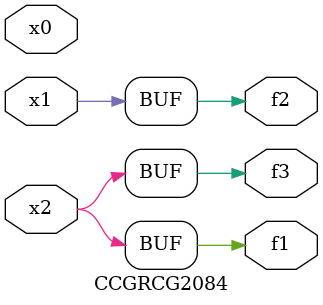
<source format=v>
module CCGRCG2084(
	input x0, x1, x2,
	output f1, f2, f3
);
	assign f1 = x2;
	assign f2 = x1;
	assign f3 = x2;
endmodule

</source>
